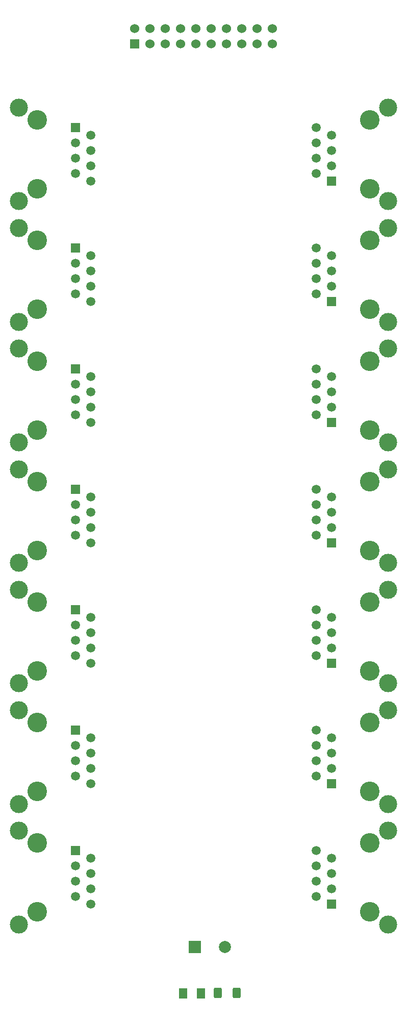
<source format=gbr>
%TF.GenerationSoftware,KiCad,Pcbnew,7.0.2-6a45011f42~172~ubuntu22.04.1*%
%TF.CreationDate,2023-07-12T14:23:40-05:00*%
%TF.ProjectId,EncoderHub,456e636f-6465-4724-9875-622e6b696361,rev?*%
%TF.SameCoordinates,Original*%
%TF.FileFunction,Soldermask,Top*%
%TF.FilePolarity,Negative*%
%FSLAX46Y46*%
G04 Gerber Fmt 4.6, Leading zero omitted, Abs format (unit mm)*
G04 Created by KiCad (PCBNEW 7.0.2-6a45011f42~172~ubuntu22.04.1) date 2023-07-12 14:23:40*
%MOMM*%
%LPD*%
G01*
G04 APERTURE LIST*
G04 Aperture macros list*
%AMRoundRect*
0 Rectangle with rounded corners*
0 $1 Rounding radius*
0 $2 $3 $4 $5 $6 $7 $8 $9 X,Y pos of 4 corners*
0 Add a 4 corners polygon primitive as box body*
4,1,4,$2,$3,$4,$5,$6,$7,$8,$9,$2,$3,0*
0 Add four circle primitives for the rounded corners*
1,1,$1+$1,$2,$3*
1,1,$1+$1,$4,$5*
1,1,$1+$1,$6,$7*
1,1,$1+$1,$8,$9*
0 Add four rect primitives between the rounded corners*
20,1,$1+$1,$2,$3,$4,$5,0*
20,1,$1+$1,$4,$5,$6,$7,0*
20,1,$1+$1,$6,$7,$8,$9,0*
20,1,$1+$1,$8,$9,$2,$3,0*%
G04 Aperture macros list end*
%ADD10C,3.250000*%
%ADD11R,1.500000X1.500000*%
%ADD12C,1.500000*%
%ADD13C,3.000000*%
%ADD14RoundRect,0.250000X0.400000X0.625000X-0.400000X0.625000X-0.400000X-0.625000X0.400000X-0.625000X0*%
%ADD15R,1.530000X1.530000*%
%ADD16C,1.530000*%
%ADD17R,2.000000X2.000000*%
%ADD18C,2.000000*%
%ADD19RoundRect,0.250001X-0.462499X-0.624999X0.462499X-0.624999X0.462499X0.624999X-0.462499X0.624999X0*%
G04 APERTURE END LIST*
D10*
%TO.C,J15*%
X118890000Y-170160000D03*
X118890000Y-158730000D03*
D11*
X112540000Y-168890000D03*
D12*
X110000000Y-167620000D03*
X112540000Y-166350000D03*
X110000000Y-165080000D03*
X112540000Y-163810000D03*
X110000000Y-162540000D03*
X112540000Y-161270000D03*
X110000000Y-160000000D03*
D13*
X121940000Y-172215000D03*
X121940000Y-156675000D03*
%TD*%
D10*
%TO.C,J2*%
X63650000Y-38730000D03*
X63650000Y-50160000D03*
D11*
X70000000Y-40000000D03*
D12*
X72540000Y-41270000D03*
X70000000Y-42540000D03*
X72540000Y-43810000D03*
X70000000Y-45080000D03*
X72540000Y-46350000D03*
X70000000Y-47620000D03*
X72540000Y-48890000D03*
D13*
X60600000Y-36675000D03*
X60600000Y-52215000D03*
%TD*%
D10*
%TO.C,J7*%
X63650000Y-138730000D03*
X63650000Y-150160000D03*
D11*
X70000000Y-140000000D03*
D12*
X72540000Y-141270000D03*
X70000000Y-142540000D03*
X72540000Y-143810000D03*
X70000000Y-145080000D03*
X72540000Y-146350000D03*
X70000000Y-147620000D03*
X72540000Y-148890000D03*
D13*
X60600000Y-136675000D03*
X60600000Y-152215000D03*
%TD*%
D10*
%TO.C,J12*%
X118890000Y-50160000D03*
X118890000Y-38730000D03*
D11*
X112540000Y-48890000D03*
D12*
X110000000Y-47620000D03*
X112540000Y-46350000D03*
X110000000Y-45080000D03*
X112540000Y-43810000D03*
X110000000Y-42540000D03*
X112540000Y-41270000D03*
X110000000Y-40000000D03*
D13*
X121940000Y-52215000D03*
X121940000Y-36675000D03*
%TD*%
D10*
%TO.C,J13*%
X118890000Y-70160000D03*
X118890000Y-58730000D03*
D11*
X112540000Y-68890000D03*
D12*
X110000000Y-67620000D03*
X112540000Y-66350000D03*
X110000000Y-65080000D03*
X112540000Y-63810000D03*
X110000000Y-62540000D03*
X112540000Y-61270000D03*
X110000000Y-60000000D03*
D13*
X121940000Y-72215000D03*
X121940000Y-56675000D03*
%TD*%
D14*
%TO.C,R1*%
X96750000Y-183600000D03*
X93650000Y-183600000D03*
%TD*%
D10*
%TO.C,J4*%
X63650000Y-78730000D03*
X63650000Y-90160000D03*
D11*
X70000000Y-80000000D03*
D12*
X72540000Y-81270000D03*
X70000000Y-82540000D03*
X72540000Y-83810000D03*
X70000000Y-85080000D03*
X72540000Y-86350000D03*
X70000000Y-87620000D03*
X72540000Y-88890000D03*
D13*
X60600000Y-76675000D03*
X60600000Y-92215000D03*
%TD*%
D10*
%TO.C,J6*%
X63650000Y-118730000D03*
X63650000Y-130160000D03*
D11*
X70000000Y-120000000D03*
D12*
X72540000Y-121270000D03*
X70000000Y-122540000D03*
X72540000Y-123810000D03*
X70000000Y-125080000D03*
X72540000Y-126350000D03*
X70000000Y-127620000D03*
X72540000Y-128890000D03*
D13*
X60600000Y-116675000D03*
X60600000Y-132215000D03*
%TD*%
D10*
%TO.C,J9*%
X118890000Y-110160000D03*
X118890000Y-98730000D03*
D11*
X112540000Y-108890000D03*
D12*
X110000000Y-107620000D03*
X112540000Y-106350000D03*
X110000000Y-105080000D03*
X112540000Y-103810000D03*
X110000000Y-102540000D03*
X112540000Y-101270000D03*
X110000000Y-100000000D03*
D13*
X121940000Y-112215000D03*
X121940000Y-96675000D03*
%TD*%
D10*
%TO.C,J5*%
X63650000Y-98730000D03*
X63650000Y-110160000D03*
D11*
X70000000Y-100000000D03*
D12*
X72540000Y-101270000D03*
X70000000Y-102540000D03*
X72540000Y-103810000D03*
X70000000Y-105080000D03*
X72540000Y-106350000D03*
X70000000Y-107620000D03*
X72540000Y-108890000D03*
D13*
X60600000Y-96675000D03*
X60600000Y-112215000D03*
%TD*%
D10*
%TO.C,J14*%
X118890000Y-90160000D03*
X118890000Y-78730000D03*
D11*
X112540000Y-88890000D03*
D12*
X110000000Y-87620000D03*
X112540000Y-86350000D03*
X110000000Y-85080000D03*
X112540000Y-83810000D03*
X110000000Y-82540000D03*
X112540000Y-81270000D03*
X110000000Y-80000000D03*
D13*
X121940000Y-92215000D03*
X121940000Y-76675000D03*
%TD*%
D15*
%TO.C,J1*%
X79840000Y-26140000D03*
D16*
X79840000Y-23600000D03*
X82380000Y-26140000D03*
X82380000Y-23600000D03*
X84920000Y-26140000D03*
X84920000Y-23600000D03*
X87460000Y-26140000D03*
X87460000Y-23600000D03*
X90000000Y-26140000D03*
X90000000Y-23600000D03*
X92540000Y-26140000D03*
X92540000Y-23600000D03*
X95080000Y-26140000D03*
X95080000Y-23600000D03*
X97620000Y-26140000D03*
X97620000Y-23600000D03*
X100160000Y-26140000D03*
X100160000Y-23600000D03*
X102700000Y-26140000D03*
X102700000Y-23600000D03*
%TD*%
D10*
%TO.C,J3*%
X63650000Y-58730000D03*
X63650000Y-70160000D03*
D11*
X70000000Y-60000000D03*
D12*
X72540000Y-61270000D03*
X70000000Y-62540000D03*
X72540000Y-63810000D03*
X70000000Y-65080000D03*
X72540000Y-66350000D03*
X70000000Y-67620000D03*
X72540000Y-68890000D03*
D13*
X60600000Y-56675000D03*
X60600000Y-72215000D03*
%TD*%
D10*
%TO.C,J10*%
X118890000Y-130160000D03*
X118890000Y-118730000D03*
D11*
X112540000Y-128890000D03*
D12*
X110000000Y-127620000D03*
X112540000Y-126350000D03*
X110000000Y-125080000D03*
X112540000Y-123810000D03*
X110000000Y-122540000D03*
X112540000Y-121270000D03*
X110000000Y-120000000D03*
D13*
X121940000Y-132215000D03*
X121940000Y-116675000D03*
%TD*%
D17*
%TO.C,C1*%
X89832323Y-176000000D03*
D18*
X94832323Y-176000000D03*
%TD*%
D10*
%TO.C,J11*%
X118890000Y-150160000D03*
X118890000Y-138730000D03*
D11*
X112540000Y-148890000D03*
D12*
X110000000Y-147620000D03*
X112540000Y-146350000D03*
X110000000Y-145080000D03*
X112540000Y-143810000D03*
X110000000Y-142540000D03*
X112540000Y-141270000D03*
X110000000Y-140000000D03*
D13*
X121940000Y-152215000D03*
X121940000Y-136675000D03*
%TD*%
D19*
%TO.C,D1*%
X87912500Y-183660000D03*
X90887500Y-183660000D03*
%TD*%
D10*
%TO.C,J8*%
X63650000Y-158730000D03*
X63650000Y-170160000D03*
D11*
X70000000Y-160000000D03*
D12*
X72540000Y-161270000D03*
X70000000Y-162540000D03*
X72540000Y-163810000D03*
X70000000Y-165080000D03*
X72540000Y-166350000D03*
X70000000Y-167620000D03*
X72540000Y-168890000D03*
D13*
X60600000Y-156675000D03*
X60600000Y-172215000D03*
%TD*%
M02*

</source>
